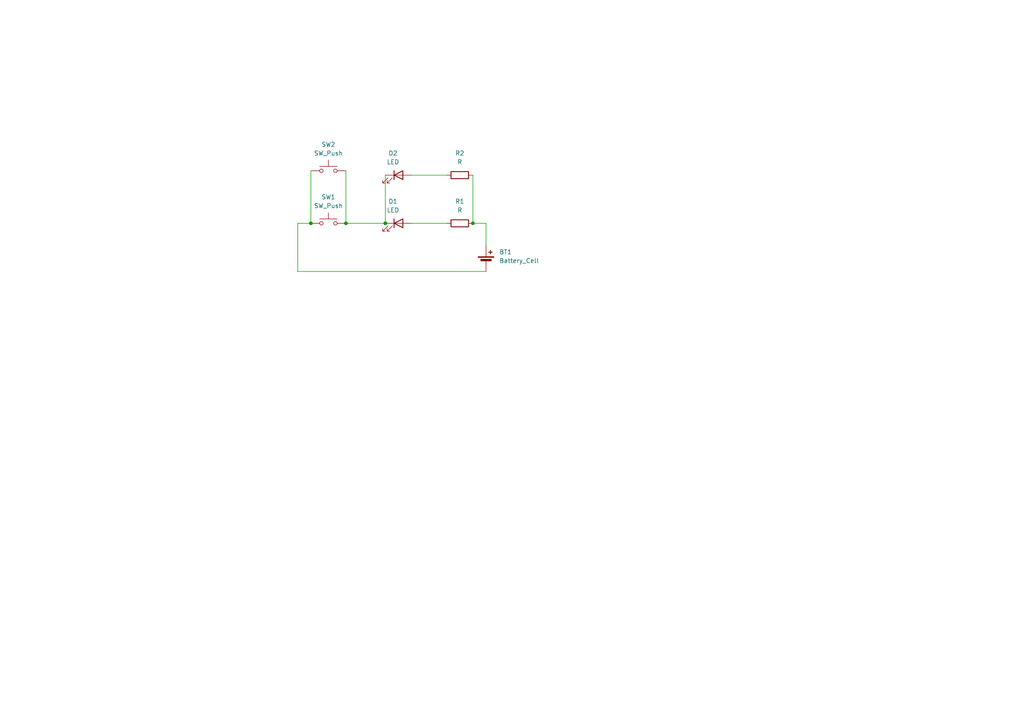
<source format=kicad_sch>
(kicad_sch (version 20231120) (generator "eeschema") (generator_version "8.0")
  (paper "A4")
  (lib_symbols
    (symbol "Device:Battery_Cell" (pin_numbers hide) (pin_names (offset 0) hide)
      (property "Reference" "BT" (at 2.54 2.54 0))
      (property "Value" "Battery_Cell" (at 2.54 0 0))
      (symbol "Battery_Cell_0_1"
        (rectangle (start -2.286 1.778) (end 2.286 1.524) (fill (type outline)))
        (rectangle (start -1.524 1.016) (end 1.524 0.508) (fill (type outline)))
        (polyline (pts (xy 0 0.762) (xy 0 0)))
        (polyline (pts (xy 0 1.778) (xy 0 2.54)))
        (polyline (pts (xy 0.762 3.048) (xy 1.778 3.048)) (stroke (width 0.254)))
        (polyline (pts (xy 1.27 3.556) (xy 1.27 2.54)) (stroke (width 0.254)))
      )
      (symbol "Battery_Cell_1_1"
        (pin passive line (at 0 5.08 270) (length 2.54) (name "+") (number "1"))
        (pin passive line (at 0 -2.54 90) (length 2.54) (name "-") (number "2"))
      )
    )
    (symbol "Device:LED" (pin_numbers hide) (pin_names (offset 1.016) hide)
      (property "Reference" "D" (at 0 2.54 0))
      (property "Value" "LED" (at 0 -2.54 0))
      (symbol "LED_0_1"
        (polyline (pts (xy -1.27 -1.27) (xy -1.27 1.27)) (stroke (width 0.254)))
        (polyline (pts (xy -1.27 0) (xy 1.27 0)))
        (polyline (pts (xy 1.27 -1.27) (xy 1.27 1.27) (xy -1.27 0) (xy 1.27 -1.27)) (stroke (width 0.254)))
        (polyline (pts (xy -3.048 -0.762) (xy -4.572 -2.286) (xy -3.81 -2.286) (xy -4.572 -2.286) (xy -4.572 -1.524)))
        (polyline (pts (xy -1.778 -0.762) (xy -3.302 -2.286) (xy -2.54 -2.286) (xy -3.302 -2.286) (xy -3.302 -1.524)))
      )
      (symbol "LED_1_1"
        (pin passive line (at -3.81 0 0) (length 2.54) (name "K") (number "1"))
        (pin passive line (at 3.81 0 180) (length 2.54) (name "A") (number "2"))
      )
    )
    (symbol "Device:R" (pin_numbers hide) (pin_names (offset 0))
      (property "Reference" "R" (at 2.032 0 90))
      (property "Value" "R" (at 0 0 90))
      (symbol "R_0_1"
        (rectangle (start -1.016 -2.54) (end 1.016 2.54) (stroke (width 0.254)))
      )
      (symbol "R_1_1"
        (pin passive line (at 0 3.81 270) (length 1.27) (name "~") (number "1"))
        (pin passive line (at 0 -3.81 90) (length 1.27) (name "~") (number "2"))
      )
    )
    (symbol "Switch:SW_Push" (pin_numbers hide) (pin_names (offset 1.016) hide)
      (property "Reference" "SW" (at 1.27 2.54 0))
      (property "Value" "SW_Push" (at 0 -1.524 0))
      (symbol "SW_Push_0_1"
        (circle (center -2.032 0) (radius 0.508))
        (polyline (pts (xy 0 1.27) (xy 0 3.048)))
        (polyline (pts (xy 2.54 1.27) (xy -2.54 1.27)))
        (circle (center 2.032 0) (radius 0.508))
        (pin passive line (at -5.08 0 0) (length 2.54) (name "1") (number "1"))
        (pin passive line (at 5.08 0 180) (length 2.54) (name "2") (number "2"))
      )
    )
  )
  (junction (at 90.17 64.77))
  (junction (at 111.76 64.77))
  (junction (at 137.16 64.77))
  (junction (at 100.33 64.77))
  (wire (pts (xy 119.38 64.77) (xy 129.54 64.77)))
  (wire (pts (xy 86.36 78.74) (xy 140.97 78.74)))
  (wire (pts (xy 100.33 64.77) (xy 111.76 64.77)))
  (wire (pts (xy 100.33 49.53) (xy 100.33 64.77)))
  (wire (pts (xy 86.36 64.77) (xy 90.17 64.77)))
  (wire (pts (xy 119.38 50.8) (xy 129.54 50.8)))
  (wire (pts (xy 90.17 49.53) (xy 90.17 64.77)))
  (wire (pts (xy 140.97 64.77) (xy 140.97 71.12)))
  (wire (pts (xy 111.76 50.8) (xy 111.76 64.77)))
  (wire (pts (xy 86.36 64.77) (xy 86.36 78.74)))
  (wire (pts (xy 137.16 64.77) (xy 140.97 64.77)))
  (wire (pts (xy 137.16 50.8) (xy 137.16 64.77)))
  (symbol (lib_id "Switch:SW_Push") (at 95.25 64.77 0) (unit 1)
    (property "Reference" "SW1" (at 95.25 57.15 0))
    (property "Value" "SW_Push" (at 95.25 59.69 0))
    (property "Description" "Push button switch, generic, two pins" (effects (hide yes)))
  )
  (symbol (lib_id "Switch:SW_Push") (at 95.25 49.53 0) (unit 1)
    (property "Reference" "SW2" (at 95.25 41.91 0))
    (property "Value" "SW_Push" (at 95.25 44.45 0))
    (property "Description" "Push button switch, generic, two pins" (effects (hide yes)))
  )
  (symbol (lib_id "Device:R") (at 133.35 50.8 270) (unit 1)
    (property "Reference" "R2" (at 133.35 44.45 90))
    (property "Value" "R" (at 133.35 46.99 90))
    (property "Description" "Resistor" (effects (hide yes)))
  )
  (symbol (lib_id "Device:R") (at 133.35 64.77 270) (unit 1)
    (property "Reference" "R1" (at 133.35 58.42 90))
    (property "Value" "R" (at 133.35 60.96 90))
    (property "Description" "Resistor" (effects (hide yes)))
  )
  (symbol (lib_id "Device:Battery_Cell") (at 140.97 76.2 0) (unit 1)
    (property "Reference" "BT1" (at 144.78 73.0884 0) (effects (justify left)))
    (property "Value" "Battery_Cell" (at 144.78 75.6284 0) (effects (justify left)))
    (property "Description" "Single-cell battery" (effects (hide yes)))
  )
  (symbol (lib_id "Device:LED") (at 115.57 50.8 0) (unit 1)
    (property "Reference" "D2" (at 113.9825 44.45 0))
    (property "Value" "LED" (at 113.9825 46.99 0))
    (property "Description" "Light emitting diode" (effects (hide yes)))
  )
  (symbol (lib_id "Device:LED") (at 115.57 64.77 0) (unit 1)
    (property "Reference" "D1" (at 113.9825 58.42 0))
    (property "Value" "LED" (at 113.9825 60.96 0))
    (property "Description" "Light emitting diode" (effects (hide yes)))
  )
)
</source>
